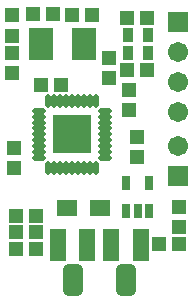
<source format=gts>
G04*
G04 #@! TF.GenerationSoftware,Altium Limited,Altium Designer,20.1.8 (145)*
G04*
G04 Layer_Color=8388736*
%FSLAX25Y25*%
%MOIN*%
G70*
G04*
G04 #@! TF.SameCoordinates,9520363F-8405-43F2-999A-1BF51871F706*
G04*
G04*
G04 #@! TF.FilePolarity,Negative*
G04*
G01*
G75*
%ADD27R,0.05131X0.04737*%
%ADD28R,0.05800X0.10642*%
%ADD29R,0.04737X0.05131*%
%ADD30R,0.06800X0.05800*%
%ADD31R,0.12611X0.12611*%
%ADD32O,0.04540X0.01784*%
%ADD33O,0.01784X0.04540*%
%ADD34R,0.08083X0.10839*%
%ADD35R,0.03556X0.04737*%
%ADD36R,0.03162X0.05131*%
%ADD37C,0.06706*%
%ADD38R,0.06706X0.06706*%
G04:AMPARAMS|DCode=39|XSize=106.42mil|YSize=67.06mil|CornerRadius=18.76mil|HoleSize=0mil|Usage=FLASHONLY|Rotation=90.000|XOffset=0mil|YOffset=0mil|HoleType=Round|Shape=RoundedRectangle|*
%AMROUNDEDRECTD39*
21,1,0.10642,0.02953,0,0,90.0*
21,1,0.06890,0.06706,0,0,90.0*
1,1,0.03753,0.01476,0.03445*
1,1,0.03753,0.01476,-0.03445*
1,1,0.03753,-0.01476,-0.03445*
1,1,0.03753,-0.01476,0.03445*
%
%ADD39ROUNDEDRECTD39*%
D27*
X531600Y209500D02*
D03*
X524907D02*
D03*
X531600Y203950D02*
D03*
X524907D02*
D03*
X531600Y198400D02*
D03*
X524907D02*
D03*
X579247Y199900D02*
D03*
X572553D02*
D03*
X533354Y253000D02*
D03*
X540047D02*
D03*
X530653Y276600D02*
D03*
X537347D02*
D03*
X550447Y276500D02*
D03*
X543753D02*
D03*
X562153Y275500D02*
D03*
X568847D02*
D03*
X562153Y257900D02*
D03*
X568847D02*
D03*
D28*
X538979Y199811D02*
D03*
X566538D02*
D03*
X556695D02*
D03*
X548821D02*
D03*
D29*
X579400Y205854D02*
D03*
Y212546D02*
D03*
X524500Y231946D02*
D03*
Y225254D02*
D03*
X523600Y257000D02*
D03*
Y263693D02*
D03*
Y276239D02*
D03*
Y269547D02*
D03*
X555900Y255300D02*
D03*
Y261993D02*
D03*
X562600Y251346D02*
D03*
Y244654D02*
D03*
X565200Y229007D02*
D03*
Y235700D02*
D03*
D30*
X541900Y211900D02*
D03*
X552900D02*
D03*
D31*
X543700Y236600D02*
D03*
D32*
X554822Y244474D02*
D03*
Y242506D02*
D03*
Y240537D02*
D03*
Y238568D02*
D03*
Y236600D02*
D03*
Y234631D02*
D03*
Y232663D02*
D03*
Y230695D02*
D03*
Y228726D02*
D03*
X532578D02*
D03*
Y230695D02*
D03*
Y232663D02*
D03*
Y234631D02*
D03*
Y236600D02*
D03*
Y238568D02*
D03*
Y240537D02*
D03*
Y242506D02*
D03*
Y244474D02*
D03*
D33*
X551574Y225478D02*
D03*
X549606D02*
D03*
X547637D02*
D03*
X545669D02*
D03*
X543700D02*
D03*
X541732D02*
D03*
X539763D02*
D03*
X537794D02*
D03*
X535826D02*
D03*
Y247722D02*
D03*
X537794D02*
D03*
X539763D02*
D03*
X541732D02*
D03*
X543700D02*
D03*
X545669D02*
D03*
X547637D02*
D03*
X549606D02*
D03*
X551574D02*
D03*
D34*
X547784Y266800D02*
D03*
X533216D02*
D03*
D35*
X569130Y263767D02*
D03*
X562437D02*
D03*
X569130Y269633D02*
D03*
X562437D02*
D03*
D36*
X561860Y211100D02*
D03*
X565600D02*
D03*
X569340D02*
D03*
Y220549D02*
D03*
X561860D02*
D03*
D37*
X579100Y232600D02*
D03*
Y244100D02*
D03*
Y254100D02*
D03*
Y264100D02*
D03*
D38*
Y222600D02*
D03*
Y274100D02*
D03*
D39*
X561617Y188000D02*
D03*
X543900D02*
D03*
M02*

</source>
